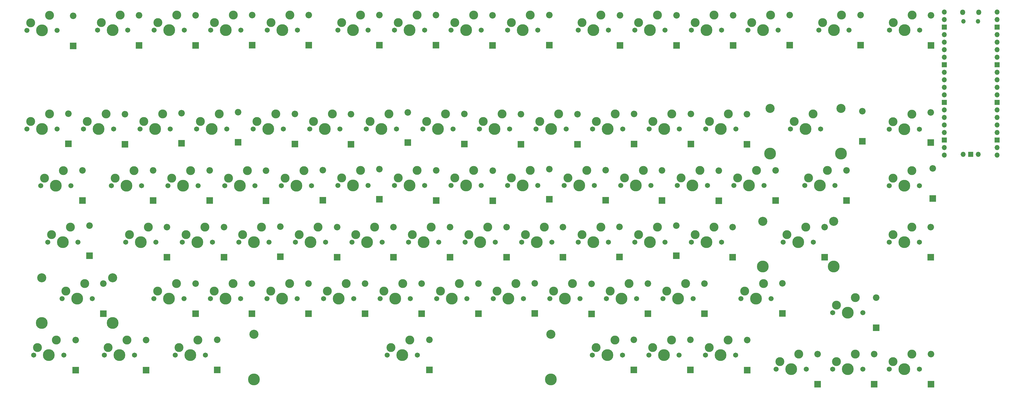
<source format=gbr>
%TF.GenerationSoftware,KiCad,Pcbnew,8.0.7*%
%TF.CreationDate,2025-07-05T17:28:38-07:00*%
%TF.ProjectId,hackpad_v2,6861636b-7061-4645-9f76-322e6b696361,rev?*%
%TF.SameCoordinates,Original*%
%TF.FileFunction,Soldermask,Top*%
%TF.FilePolarity,Negative*%
%FSLAX46Y46*%
G04 Gerber Fmt 4.6, Leading zero omitted, Abs format (unit mm)*
G04 Created by KiCad (PCBNEW 8.0.7) date 2025-07-05 17:28:38*
%MOMM*%
%LPD*%
G01*
G04 APERTURE LIST*
%ADD10R,2.200000X2.200000*%
%ADD11O,2.200000X2.200000*%
%ADD12C,1.701800*%
%ADD13C,3.000000*%
%ADD14C,3.987800*%
%ADD15C,3.048000*%
%ADD16O,1.800000X1.800000*%
%ADD17O,1.500000X1.500000*%
%ADD18O,1.700000X1.700000*%
%ADD19R,1.700000X1.700000*%
G04 APERTURE END LIST*
D10*
%TO.C,D45*%
X309340000Y-68700000D03*
D11*
X309340000Y-58540000D03*
%TD*%
D10*
%TO.C,D30*%
X308650000Y-49810000D03*
D11*
X308650000Y-39650000D03*
%TD*%
D10*
%TO.C,D21*%
X113430000Y-50420000D03*
D11*
X113430000Y-40260000D03*
%TD*%
D12*
%TO.C,SW47*%
X47663690Y-83430000D03*
D13*
X45123690Y-78350000D03*
D14*
X42583690Y-83430000D03*
D13*
X38773690Y-80890000D03*
D12*
X37503690Y-83430000D03*
%TD*%
%TO.C,SW36*%
X119161190Y-64350000D03*
D13*
X116621190Y-59270000D03*
D14*
X114081190Y-64350000D03*
D13*
X110271190Y-61810000D03*
D12*
X109001190Y-64350000D03*
%TD*%
%TO.C,SW24*%
X166796190Y-45300000D03*
D13*
X164256190Y-40220000D03*
D14*
X161716190Y-45300000D03*
D13*
X157906190Y-42760000D03*
D12*
X156636190Y-45300000D03*
%TD*%
D10*
%TO.C,D20*%
X94480000Y-50340000D03*
D11*
X94480000Y-40180000D03*
%TD*%
D10*
%TO.C,D37*%
X142060000Y-69420000D03*
D11*
X142060000Y-59260000D03*
%TD*%
D10*
%TO.C,D8*%
X161030000Y-17040000D03*
D11*
X161030000Y-6880000D03*
%TD*%
D12*
%TO.C,SW71*%
X254829940Y-102480000D03*
D13*
X252289940Y-97400000D03*
D14*
X249749940Y-102480000D03*
D13*
X245939940Y-99940000D03*
D12*
X244669940Y-102480000D03*
%TD*%
%TO.C,SW8*%
X157246190Y-11940000D03*
D13*
X154706190Y-6860000D03*
D14*
X152166190Y-11940000D03*
D13*
X148356190Y-9400000D03*
D12*
X147086190Y-11940000D03*
%TD*%
D10*
%TO.C,D12*%
X242100000Y-17040000D03*
D11*
X242100000Y-6880000D03*
%TD*%
D12*
%TO.C,SW15*%
X304891190Y-11935000D03*
D13*
X302351190Y-6855000D03*
D14*
X299811190Y-11935000D03*
D13*
X296001190Y-9395000D03*
D12*
X294731190Y-11935000D03*
%TD*%
%TO.C,SW56*%
X219113690Y-83430000D03*
D13*
X216573690Y-78350000D03*
D14*
X214033690Y-83430000D03*
D13*
X210223690Y-80890000D03*
D12*
X208953690Y-83430000D03*
%TD*%
%TO.C,SW4*%
X76281190Y-11945000D03*
D13*
X73741190Y-6865000D03*
D14*
X71201190Y-11945000D03*
D13*
X67391190Y-9405000D03*
D12*
X66121190Y-11945000D03*
%TD*%
D10*
%TO.C,D18*%
X56351190Y-50120000D03*
D11*
X56351190Y-39960000D03*
%TD*%
D12*
%TO.C,SW27*%
X223946190Y-45300000D03*
D13*
X221406190Y-40220000D03*
D14*
X218866190Y-45300000D03*
D13*
X215056190Y-42760000D03*
D12*
X213786190Y-45300000D03*
%TD*%
D10*
%TO.C,D80*%
X270530000Y-131380000D03*
D11*
X270530000Y-121220000D03*
%TD*%
D10*
%TO.C,D72*%
X290233690Y-112320000D03*
D11*
X290233690Y-102160000D03*
%TD*%
D10*
%TO.C,D5*%
X99190000Y-17000000D03*
D11*
X99190000Y-6840000D03*
%TD*%
D10*
%TO.C,D40*%
X199141190Y-69340000D03*
D11*
X199141190Y-59180000D03*
%TD*%
D10*
%TO.C,D75*%
X68310000Y-126580000D03*
D11*
X68310000Y-116420000D03*
%TD*%
D10*
%TO.C,D47*%
X51440000Y-88530000D03*
D11*
X51440000Y-78370000D03*
%TD*%
D10*
%TO.C,D55*%
X203830000Y-88480000D03*
D11*
X203830000Y-78320000D03*
%TD*%
D12*
%TO.C,SW31*%
X19088690Y-64380000D03*
D13*
X16548690Y-59300000D03*
D14*
X14008690Y-64380000D03*
D13*
X10198690Y-61840000D03*
D12*
X8928690Y-64380000D03*
%TD*%
%TO.C,SW62*%
X76236190Y-102480000D03*
D13*
X73696190Y-97400000D03*
D14*
X71156190Y-102480000D03*
D13*
X67346190Y-99940000D03*
D12*
X66076190Y-102480000D03*
%TD*%
D10*
%TO.C,D35*%
X103881190Y-69300000D03*
D11*
X103881190Y-59140000D03*
%TD*%
D12*
%TO.C,SW77*%
X204823690Y-121530000D03*
D13*
X202283690Y-116450000D03*
D14*
X199743690Y-121530000D03*
D13*
X195933690Y-118990000D03*
D12*
X194663690Y-121530000D03*
%TD*%
D10*
%TO.C,D52*%
X146780000Y-88560000D03*
D11*
X146780000Y-78400000D03*
%TD*%
D12*
%TO.C,SW7*%
X138196190Y-11940000D03*
D13*
X135656190Y-6860000D03*
D14*
X133116190Y-11940000D03*
D13*
X129306190Y-9400000D03*
D12*
X128036190Y-11940000D03*
%TD*%
D10*
%TO.C,D2*%
X41980000Y-17070000D03*
D11*
X41980000Y-6910000D03*
%TD*%
D12*
%TO.C,SW51*%
X123863690Y-83430000D03*
D13*
X121323690Y-78350000D03*
D14*
X118783690Y-83430000D03*
D13*
X114973690Y-80890000D03*
D12*
X113703690Y-83430000D03*
%TD*%
%TO.C,SW73*%
X16707440Y-121530000D03*
D13*
X14167440Y-116450000D03*
D14*
X11627440Y-121530000D03*
D13*
X7817440Y-118990000D03*
D12*
X6547440Y-121530000D03*
%TD*%
%TO.C,SW2*%
X38181190Y-11945000D03*
D13*
X35641190Y-6865000D03*
D14*
X33101190Y-11945000D03*
D13*
X29291190Y-9405000D03*
D12*
X28021190Y-11945000D03*
%TD*%
%TO.C,SW9*%
X176296190Y-11940000D03*
D13*
X173756190Y-6860000D03*
D14*
X171216190Y-11940000D03*
D13*
X167406190Y-9400000D03*
D12*
X166136190Y-11940000D03*
%TD*%
%TO.C,SW40*%
X195371190Y-64350000D03*
D13*
X192831190Y-59270000D03*
D14*
X190291190Y-64350000D03*
D13*
X186481190Y-61810000D03*
D12*
X185211190Y-64350000D03*
%TD*%
D10*
%TO.C,D28*%
X246731190Y-50420000D03*
D11*
X246731190Y-40260000D03*
%TD*%
D12*
%TO.C,SW20*%
X90616190Y-45290000D03*
D13*
X88076190Y-40210000D03*
D14*
X85536190Y-45290000D03*
D13*
X81726190Y-42750000D03*
D12*
X80456190Y-45290000D03*
%TD*%
%TO.C,SW81*%
X285788690Y-126290000D03*
D13*
X283248690Y-121210000D03*
D14*
X280708690Y-126290000D03*
D13*
X276898690Y-123750000D03*
D12*
X275628690Y-126290000D03*
%TD*%
%TO.C,SW41*%
X214421190Y-64350000D03*
D13*
X211881190Y-59270000D03*
D14*
X209341190Y-64350000D03*
D13*
X205531190Y-61810000D03*
D12*
X204261190Y-64350000D03*
%TD*%
%TO.C,SW16*%
X14416190Y-45290000D03*
D13*
X11876190Y-40210000D03*
D14*
X9336190Y-45290000D03*
D13*
X5526190Y-42750000D03*
D12*
X4256190Y-45290000D03*
%TD*%
D10*
%TO.C,D77*%
X208670000Y-126580000D03*
D11*
X208670000Y-116420000D03*
%TD*%
D12*
%TO.C,SW70*%
X228636190Y-102480000D03*
D13*
X226096190Y-97400000D03*
D14*
X223556190Y-102480000D03*
D13*
X219746190Y-99940000D03*
D12*
X218476190Y-102480000D03*
%TD*%
%TO.C,SW25*%
X185846190Y-45300000D03*
D13*
X183306190Y-40220000D03*
D14*
X180766190Y-45300000D03*
D13*
X176956190Y-42760000D03*
D12*
X175686190Y-45300000D03*
%TD*%
%TO.C,SW80*%
X266738690Y-126290000D03*
D13*
X264198690Y-121210000D03*
D14*
X261658690Y-126290000D03*
D13*
X257848690Y-123750000D03*
D12*
X256578690Y-126290000D03*
%TD*%
%TO.C,SW30*%
X304843690Y-45325000D03*
D13*
X302303690Y-40245000D03*
D14*
X299763690Y-45325000D03*
D13*
X295953690Y-42785000D03*
D12*
X294683690Y-45325000D03*
%TD*%
D10*
%TO.C,D29*%
X285560000Y-49380000D03*
D11*
X285560000Y-39220000D03*
%TD*%
D14*
%TO.C,SW29*%
X278429190Y-53555000D03*
D15*
X278429190Y-38315000D03*
D12*
X271571190Y-45300000D03*
D13*
X269031190Y-40220000D03*
D14*
X266491190Y-45300000D03*
D13*
X262681190Y-42760000D03*
D12*
X261411190Y-45300000D03*
D14*
X254553190Y-53555000D03*
D15*
X254553190Y-38315000D03*
%TD*%
D10*
%TO.C,D54*%
X184770000Y-88540000D03*
D11*
X184770000Y-78380000D03*
%TD*%
D12*
%TO.C,SW12*%
X238211190Y-11935000D03*
D13*
X235671190Y-6855000D03*
D14*
X233131190Y-11935000D03*
D13*
X229321190Y-9395000D03*
D12*
X228051190Y-11935000D03*
%TD*%
%TO.C,SW50*%
X104813690Y-83430000D03*
D13*
X102273690Y-78350000D03*
D14*
X99733690Y-83430000D03*
D13*
X95923690Y-80890000D03*
D12*
X94653690Y-83430000D03*
%TD*%
D10*
%TO.C,D65*%
X137210000Y-107590000D03*
D11*
X137210000Y-97430000D03*
%TD*%
D10*
%TO.C,D46*%
X25301190Y-88030000D03*
D11*
X25301190Y-77870000D03*
%TD*%
D12*
%TO.C,SW82*%
X304838690Y-126290000D03*
D13*
X302298690Y-121210000D03*
D14*
X299758690Y-126290000D03*
D13*
X295948690Y-123750000D03*
D12*
X294678690Y-126290000D03*
%TD*%
D10*
%TO.C,D78*%
X227680000Y-126550000D03*
D11*
X227680000Y-116390000D03*
%TD*%
D10*
%TO.C,D71*%
X258670000Y-107530000D03*
D11*
X258670000Y-97370000D03*
%TD*%
D12*
%TO.C,SW38*%
X157271190Y-64350000D03*
D13*
X154731190Y-59270000D03*
D14*
X152191190Y-64350000D03*
D13*
X148381190Y-61810000D03*
D12*
X147111190Y-64350000D03*
%TD*%
D10*
%TO.C,D36*%
X122920000Y-68960000D03*
D11*
X122920000Y-58800000D03*
%TD*%
D10*
%TO.C,D22*%
X132531190Y-49840000D03*
D11*
X132531190Y-39680000D03*
%TD*%
D12*
%TO.C,SW42*%
X233471190Y-64350000D03*
D13*
X230931190Y-59270000D03*
D14*
X228391190Y-64350000D03*
D13*
X224581190Y-61810000D03*
D12*
X223311190Y-64350000D03*
%TD*%
D10*
%TO.C,D15*%
X308740000Y-17030000D03*
D11*
X308740000Y-6870000D03*
%TD*%
D12*
%TO.C,SW78*%
X223873690Y-121530000D03*
D13*
X221333690Y-116450000D03*
D14*
X218793690Y-121530000D03*
D13*
X214983690Y-118990000D03*
D12*
X213713690Y-121530000D03*
%TD*%
D10*
%TO.C,D11*%
X222990000Y-17030000D03*
D11*
X222990000Y-6870000D03*
%TD*%
D12*
%TO.C,SW32*%
X42901190Y-64380000D03*
D13*
X40361190Y-59300000D03*
D14*
X37821190Y-64380000D03*
D13*
X34011190Y-61840000D03*
D12*
X32741190Y-64380000D03*
%TD*%
%TO.C,SW44*%
X276333690Y-64350000D03*
D13*
X273793690Y-59270000D03*
D14*
X271253690Y-64350000D03*
D13*
X267443690Y-61810000D03*
D12*
X266173690Y-64350000D03*
%TD*%
%TO.C,SW18*%
X52506190Y-45290000D03*
D13*
X49966190Y-40210000D03*
D14*
X47426190Y-45290000D03*
D13*
X43616190Y-42750000D03*
D12*
X42346190Y-45290000D03*
%TD*%
D10*
%TO.C,D41*%
X218161190Y-69430000D03*
D11*
X218161190Y-59270000D03*
%TD*%
D10*
%TO.C,D38*%
X161110000Y-69440000D03*
D11*
X161110000Y-59280000D03*
%TD*%
D12*
%TO.C,SW43*%
X252521190Y-64350000D03*
D13*
X249981190Y-59270000D03*
D14*
X247441190Y-64350000D03*
D13*
X243631190Y-61810000D03*
D12*
X242361190Y-64350000D03*
%TD*%
%TO.C,SW54*%
X181013690Y-83430000D03*
D13*
X178473690Y-78350000D03*
D14*
X175933690Y-83430000D03*
D13*
X172123690Y-80890000D03*
D12*
X170853690Y-83430000D03*
%TD*%
%TO.C,SW64*%
X114336190Y-102480000D03*
D13*
X111796190Y-97400000D03*
D14*
X109256190Y-102480000D03*
D13*
X105446190Y-99940000D03*
D12*
X104176190Y-102480000D03*
%TD*%
D10*
%TO.C,D19*%
X75381190Y-49770000D03*
D11*
X75381190Y-39610000D03*
%TD*%
D12*
%TO.C,SW49*%
X85763690Y-83430000D03*
D13*
X83223690Y-78350000D03*
D14*
X80683690Y-83430000D03*
D13*
X76873690Y-80890000D03*
D12*
X75603690Y-83430000D03*
%TD*%
D10*
%TO.C,D69*%
X213360000Y-107570000D03*
D11*
X213360000Y-97410000D03*
%TD*%
D12*
%TO.C,SW79*%
X242923690Y-121530000D03*
D13*
X240383690Y-116450000D03*
D14*
X237843690Y-121530000D03*
D13*
X234033690Y-118990000D03*
D12*
X232763690Y-121530000D03*
%TD*%
%TO.C,SW37*%
X138221190Y-64350000D03*
D13*
X135681190Y-59270000D03*
D14*
X133141190Y-64350000D03*
D13*
X129331190Y-61810000D03*
D12*
X128061190Y-64350000D03*
%TD*%
%TO.C,SW63*%
X95286190Y-102480000D03*
D13*
X92746190Y-97400000D03*
D14*
X90206190Y-102480000D03*
D13*
X86396190Y-99940000D03*
D12*
X85126190Y-102480000D03*
%TD*%
D10*
%TO.C,D6*%
X122980000Y-16990000D03*
D11*
X122980000Y-6830000D03*
%TD*%
D10*
%TO.C,D63*%
X99110000Y-107540000D03*
D11*
X99110000Y-97380000D03*
%TD*%
D10*
%TO.C,D73*%
X20670000Y-126640000D03*
D11*
X20670000Y-116480000D03*
%TD*%
D10*
%TO.C,D76*%
X139830000Y-126580000D03*
D11*
X139830000Y-116420000D03*
%TD*%
D12*
%TO.C,SW6*%
X119146190Y-11940000D03*
D13*
X116606190Y-6860000D03*
D14*
X114066190Y-11940000D03*
D13*
X110256190Y-9400000D03*
D12*
X108986190Y-11940000D03*
%TD*%
D10*
%TO.C,D17*%
X37290000Y-50450000D03*
D11*
X37290000Y-40290000D03*
%TD*%
D12*
%TO.C,SW34*%
X81021190Y-64370000D03*
D13*
X78481190Y-59290000D03*
D14*
X75941190Y-64370000D03*
D13*
X72131190Y-61830000D03*
D12*
X70861190Y-64370000D03*
%TD*%
D10*
%TO.C,D79*%
X246830000Y-126620000D03*
D11*
X246830000Y-116460000D03*
%TD*%
D10*
%TO.C,D10*%
X203970000Y-17030000D03*
D11*
X203970000Y-6870000D03*
%TD*%
D10*
%TO.C,D32*%
X46760000Y-69400000D03*
D11*
X46760000Y-59240000D03*
%TD*%
D12*
%TO.C,SW57*%
X238163690Y-83430000D03*
D13*
X235623690Y-78350000D03*
D14*
X233083690Y-83430000D03*
D13*
X229273690Y-80890000D03*
D12*
X228003690Y-83430000D03*
%TD*%
D10*
%TO.C,D16*%
X18250000Y-50300000D03*
D11*
X18250000Y-40140000D03*
%TD*%
D12*
%TO.C,SW75*%
X64332440Y-121530000D03*
D13*
X61792440Y-116450000D03*
D14*
X59252440Y-121530000D03*
D13*
X55442440Y-118990000D03*
D12*
X54172440Y-121530000D03*
%TD*%
D10*
%TO.C,D24*%
X170640000Y-50390000D03*
D11*
X170640000Y-40230000D03*
%TD*%
D12*
%TO.C,SW26*%
X204896190Y-45300000D03*
D13*
X202356190Y-40220000D03*
D14*
X199816190Y-45300000D03*
D13*
X196006190Y-42760000D03*
D12*
X194736190Y-45300000D03*
%TD*%
D10*
%TO.C,D48*%
X70600000Y-88500000D03*
D11*
X70600000Y-78340000D03*
%TD*%
D12*
%TO.C,SW19*%
X71566190Y-45290000D03*
D13*
X69026190Y-40210000D03*
D14*
X66486190Y-45290000D03*
D13*
X62676190Y-42750000D03*
D12*
X61406190Y-45290000D03*
%TD*%
%TO.C,SW11*%
X219161190Y-11935000D03*
D13*
X216621190Y-6855000D03*
D14*
X214081190Y-11935000D03*
D13*
X210271190Y-9395000D03*
D12*
X209001190Y-11935000D03*
%TD*%
%TO.C,SW45*%
X304843690Y-64375000D03*
D13*
X302303690Y-59295000D03*
D14*
X299763690Y-64375000D03*
D13*
X295953690Y-61835000D03*
D12*
X294683690Y-64375000D03*
%TD*%
%TO.C,SW28*%
X242996190Y-45300000D03*
D13*
X240456190Y-40220000D03*
D14*
X237916190Y-45300000D03*
D13*
X234106190Y-42760000D03*
D12*
X232836190Y-45300000D03*
%TD*%
D10*
%TO.C,D26*%
X208750000Y-50360000D03*
D11*
X208750000Y-40200000D03*
%TD*%
D14*
%TO.C,SW60*%
X33090440Y-110735000D03*
D15*
X33090440Y-95495000D03*
D12*
X26232440Y-102480000D03*
D13*
X23692440Y-97400000D03*
D14*
X21152440Y-102480000D03*
D13*
X17342440Y-99940000D03*
D12*
X16072440Y-102480000D03*
D14*
X9214440Y-110735000D03*
D15*
X9214440Y-95495000D03*
%TD*%
D10*
%TO.C,D59*%
X308640000Y-88490000D03*
D11*
X308640000Y-78330000D03*
%TD*%
D12*
%TO.C,SW21*%
X109666190Y-45290000D03*
D13*
X107126190Y-40210000D03*
D14*
X104586190Y-45290000D03*
D13*
X100776190Y-42750000D03*
D12*
X99506190Y-45290000D03*
%TD*%
%TO.C,SW35*%
X100091190Y-64360000D03*
D13*
X97551190Y-59280000D03*
D14*
X95011190Y-64360000D03*
D13*
X91201190Y-61820000D03*
D12*
X89931190Y-64360000D03*
%TD*%
D10*
%TO.C,D9*%
X180200000Y-17000000D03*
D11*
X180200000Y-6840000D03*
%TD*%
D12*
%TO.C,SW66*%
X152436190Y-102480000D03*
D13*
X149896190Y-97400000D03*
D14*
X147356190Y-102480000D03*
D13*
X143546190Y-99940000D03*
D12*
X142276190Y-102480000D03*
%TD*%
D10*
%TO.C,D81*%
X289620000Y-131340000D03*
D11*
X289620000Y-121180000D03*
%TD*%
D10*
%TO.C,D7*%
X142040000Y-16950000D03*
D11*
X142040000Y-6790000D03*
%TD*%
D10*
%TO.C,D33*%
X65820000Y-69430000D03*
D11*
X65820000Y-59270000D03*
%TD*%
D10*
%TO.C,D43*%
X256360000Y-69390000D03*
D11*
X256360000Y-59230000D03*
%TD*%
D12*
%TO.C,SW33*%
X61951190Y-64380000D03*
D13*
X59411190Y-59300000D03*
D14*
X56871190Y-64380000D03*
D13*
X53061190Y-61840000D03*
D12*
X51791190Y-64380000D03*
%TD*%
D10*
%TO.C,D3*%
X61050000Y-17070000D03*
D11*
X61050000Y-6910000D03*
%TD*%
D12*
%TO.C,SW67*%
X171486190Y-102480000D03*
D13*
X168946190Y-97400000D03*
D14*
X166406190Y-102480000D03*
D13*
X162596190Y-99940000D03*
D12*
X161326190Y-102480000D03*
%TD*%
%TO.C,SW55*%
X200063690Y-83430000D03*
D13*
X197523690Y-78350000D03*
D14*
X194983690Y-83430000D03*
D13*
X191173690Y-80890000D03*
D12*
X189903690Y-83430000D03*
%TD*%
D10*
%TO.C,D57*%
X241911190Y-88520000D03*
D11*
X241911190Y-78360000D03*
%TD*%
D10*
%TO.C,D67*%
X175260000Y-107510000D03*
D11*
X175260000Y-97350000D03*
%TD*%
D14*
%TO.C,SW58*%
X275977940Y-91685000D03*
D15*
X275977940Y-76445000D03*
D12*
X269119940Y-83430000D03*
D13*
X266579940Y-78350000D03*
D14*
X264039940Y-83430000D03*
D13*
X260229940Y-80890000D03*
D12*
X258959940Y-83430000D03*
D14*
X252101940Y-91685000D03*
D15*
X252101940Y-76445000D03*
%TD*%
D10*
%TO.C,D27*%
X227820000Y-50360000D03*
D11*
X227820000Y-40200000D03*
%TD*%
D10*
%TO.C,D82*%
X308720000Y-131400000D03*
D11*
X308720000Y-121240000D03*
%TD*%
D10*
%TO.C,D50*%
X108700000Y-88500000D03*
D11*
X108700000Y-78340000D03*
%TD*%
D12*
%TO.C,SW10*%
X200111190Y-11935000D03*
D13*
X197571190Y-6855000D03*
D14*
X195031190Y-11935000D03*
D13*
X191221190Y-9395000D03*
D12*
X189951190Y-11935000D03*
%TD*%
D10*
%TO.C,D74*%
X44380000Y-126620000D03*
D11*
X44380000Y-116460000D03*
%TD*%
D10*
%TO.C,D70*%
X232470000Y-107540000D03*
D11*
X232470000Y-97380000D03*
%TD*%
D12*
%TO.C,SW22*%
X128706190Y-45300000D03*
D13*
X126166190Y-40220000D03*
D14*
X123626190Y-45300000D03*
D13*
X119816190Y-42760000D03*
D12*
X118546190Y-45300000D03*
%TD*%
%TO.C,SW13*%
X257261190Y-11935000D03*
D13*
X254721190Y-6855000D03*
D14*
X252181190Y-11935000D03*
D13*
X248371190Y-9395000D03*
D12*
X247101190Y-11935000D03*
%TD*%
D14*
%TO.C,SW76*%
X180687440Y-129785000D03*
D15*
X180687440Y-114545000D03*
D12*
X135767440Y-121530000D03*
D13*
X133227440Y-116450000D03*
D14*
X130687440Y-121530000D03*
D13*
X126877440Y-118990000D03*
D12*
X125607440Y-121530000D03*
D14*
X80687440Y-129785000D03*
D15*
X80687440Y-114545000D03*
%TD*%
D10*
%TO.C,D61*%
X61050000Y-107570000D03*
D11*
X61050000Y-97410000D03*
%TD*%
D12*
%TO.C,SW53*%
X161963690Y-83430000D03*
D13*
X159423690Y-78350000D03*
D14*
X156883690Y-83430000D03*
D13*
X153073690Y-80890000D03*
D12*
X151803690Y-83430000D03*
%TD*%
%TO.C,SW3*%
X57231190Y-11945000D03*
D13*
X54691190Y-6865000D03*
D14*
X52151190Y-11945000D03*
D13*
X48341190Y-9405000D03*
D12*
X47071190Y-11945000D03*
%TD*%
D10*
%TO.C,D13*%
X261160000Y-17020000D03*
D11*
X261160000Y-6860000D03*
%TD*%
D10*
%TO.C,D42*%
X237280000Y-69450000D03*
D11*
X237280000Y-59290000D03*
%TD*%
D10*
%TO.C,D31*%
X22940000Y-69420000D03*
D11*
X22940000Y-59260000D03*
%TD*%
D12*
%TO.C,SW59*%
X304843690Y-83425000D03*
D13*
X302303690Y-78345000D03*
D14*
X299763690Y-83425000D03*
D13*
X295953690Y-80885000D03*
D12*
X294683690Y-83425000D03*
%TD*%
D10*
%TO.C,D62*%
X80050000Y-107570000D03*
D11*
X80050000Y-97410000D03*
%TD*%
D10*
%TO.C,D66*%
X156280000Y-107570000D03*
D11*
X156280000Y-97410000D03*
%TD*%
D12*
%TO.C,SW74*%
X40519940Y-121530000D03*
D13*
X37979940Y-116450000D03*
D14*
X35439940Y-121530000D03*
D13*
X31629940Y-118990000D03*
D12*
X30359940Y-121530000D03*
%TD*%
%TO.C,SW14*%
X281076190Y-11940000D03*
D13*
X278536190Y-6860000D03*
D14*
X275996190Y-11940000D03*
D13*
X272186190Y-9400000D03*
D12*
X270916190Y-11940000D03*
%TD*%
D10*
%TO.C,D56*%
X222971190Y-88060000D03*
D11*
X222971190Y-77900000D03*
%TD*%
D10*
%TO.C,D58*%
X272920000Y-88520000D03*
D11*
X272920000Y-78360000D03*
%TD*%
D10*
%TO.C,D44*%
X280230000Y-69370000D03*
D11*
X280230000Y-59210000D03*
%TD*%
D10*
%TO.C,D25*%
X189710000Y-50430000D03*
D11*
X189710000Y-40270000D03*
%TD*%
D12*
%TO.C,SW46*%
X21469940Y-83430000D03*
D13*
X18929940Y-78350000D03*
D14*
X16389940Y-83430000D03*
D13*
X12579940Y-80890000D03*
D12*
X11309940Y-83430000D03*
%TD*%
D10*
%TO.C,D14*%
X284970000Y-17000000D03*
D11*
X284970000Y-6840000D03*
%TD*%
D12*
%TO.C,SW5*%
X95331190Y-11945000D03*
D13*
X92791190Y-6865000D03*
D14*
X90251190Y-11945000D03*
D13*
X86441190Y-9405000D03*
D12*
X85171190Y-11945000D03*
%TD*%
%TO.C,SW23*%
X147746190Y-45300000D03*
D13*
X145206190Y-40220000D03*
D14*
X142666190Y-45300000D03*
D13*
X138856190Y-42760000D03*
D12*
X137586190Y-45300000D03*
%TD*%
%TO.C,SW65*%
X133386190Y-102480000D03*
D13*
X130846190Y-97400000D03*
D14*
X128306190Y-102480000D03*
D13*
X124496190Y-99940000D03*
D12*
X123226190Y-102480000D03*
%TD*%
%TO.C,SW69*%
X209586190Y-102480000D03*
D13*
X207046190Y-97400000D03*
D14*
X204506190Y-102480000D03*
D13*
X200696190Y-99940000D03*
D12*
X199426190Y-102480000D03*
%TD*%
D10*
%TO.C,D34*%
X84790000Y-69440000D03*
D11*
X84790000Y-59280000D03*
%TD*%
D12*
%TO.C,SW72*%
X285788690Y-107240000D03*
D13*
X283248690Y-102160000D03*
D14*
X280708690Y-107240000D03*
D13*
X276898690Y-104700000D03*
D12*
X275628690Y-107240000D03*
%TD*%
D10*
%TO.C,D49*%
X89580000Y-88350000D03*
D11*
X89580000Y-78190000D03*
%TD*%
D10*
%TO.C,D1*%
X19806190Y-17200000D03*
D11*
X19806190Y-7040000D03*
%TD*%
D10*
%TO.C,D64*%
X118130000Y-107550000D03*
D11*
X118130000Y-97390000D03*
%TD*%
D12*
%TO.C,SW68*%
X190536190Y-102480000D03*
D13*
X187996190Y-97400000D03*
D14*
X185456190Y-102480000D03*
D13*
X181646190Y-99940000D03*
D12*
X180376190Y-102480000D03*
%TD*%
%TO.C,SW52*%
X142913690Y-83430000D03*
D13*
X140373690Y-78350000D03*
D14*
X137833690Y-83430000D03*
D13*
X134023690Y-80890000D03*
D12*
X132753690Y-83430000D03*
%TD*%
%TO.C,SW1*%
X14421190Y-11955000D03*
D13*
X11881190Y-6875000D03*
D14*
X9341190Y-11955000D03*
D13*
X5531190Y-9415000D03*
D12*
X4261190Y-11955000D03*
%TD*%
D10*
%TO.C,D68*%
X194400000Y-107650000D03*
D11*
X194400000Y-97490000D03*
%TD*%
D12*
%TO.C,SW48*%
X66713690Y-83430000D03*
D13*
X64173690Y-78350000D03*
D14*
X61633690Y-83430000D03*
D13*
X57823690Y-80890000D03*
D12*
X56553690Y-83430000D03*
%TD*%
%TO.C,SW39*%
X176321190Y-64350000D03*
D13*
X173781190Y-59270000D03*
D14*
X171241190Y-64350000D03*
D13*
X167431190Y-61810000D03*
D12*
X166161190Y-64350000D03*
%TD*%
%TO.C,SW17*%
X33456190Y-45290000D03*
D13*
X30916190Y-40210000D03*
D14*
X28376190Y-45290000D03*
D13*
X24566190Y-42750000D03*
D12*
X23296190Y-45290000D03*
%TD*%
D16*
%TO.C,U1*%
X324826190Y-5930000D03*
D17*
X324526190Y-8960000D03*
X319676190Y-8960000D03*
D16*
X319376190Y-5930000D03*
D18*
X330991190Y-5800000D03*
X330991190Y-8340000D03*
D19*
X330991190Y-10880000D03*
D18*
X330991190Y-13420000D03*
X330991190Y-15960000D03*
X330991190Y-18500000D03*
X330991190Y-21040000D03*
D19*
X330991190Y-23580000D03*
D18*
X330991190Y-26120000D03*
X330991190Y-28660000D03*
X330991190Y-31200000D03*
X330991190Y-33740000D03*
D19*
X330991190Y-36280000D03*
D18*
X330991190Y-38820000D03*
X330991190Y-41360000D03*
X330991190Y-43900000D03*
X330991190Y-46440000D03*
D19*
X330991190Y-48980000D03*
D18*
X330991190Y-51520000D03*
X330991190Y-54060000D03*
X313211190Y-54060000D03*
X313211190Y-51520000D03*
D19*
X313211190Y-48980000D03*
D18*
X313211190Y-46440000D03*
X313211190Y-43900000D03*
X313211190Y-41360000D03*
X313211190Y-38820000D03*
D19*
X313211190Y-36280000D03*
D18*
X313211190Y-33740000D03*
X313211190Y-31200000D03*
X313211190Y-28660000D03*
X313211190Y-26120000D03*
D19*
X313211190Y-23580000D03*
D18*
X313211190Y-21040000D03*
X313211190Y-18500000D03*
X313211190Y-15960000D03*
X313211190Y-13420000D03*
D19*
X313211190Y-10880000D03*
D18*
X313211190Y-8340000D03*
X313211190Y-5800000D03*
X324641190Y-53830000D03*
D19*
X322101190Y-53830000D03*
D18*
X319561190Y-53830000D03*
%TD*%
D10*
%TO.C,D4*%
X80130000Y-17000000D03*
D11*
X80130000Y-6840000D03*
%TD*%
D10*
%TO.C,D53*%
X165790000Y-88540000D03*
D11*
X165790000Y-78380000D03*
%TD*%
D10*
%TO.C,D23*%
X151580000Y-50380000D03*
D11*
X151580000Y-40220000D03*
%TD*%
D10*
%TO.C,D51*%
X127690000Y-88550000D03*
D11*
X127690000Y-78390000D03*
%TD*%
D10*
%TO.C,D39*%
X180190000Y-68960000D03*
D11*
X180190000Y-58800000D03*
%TD*%
D12*
%TO.C,SW61*%
X57206190Y-102460000D03*
D13*
X54666190Y-97380000D03*
D14*
X52126190Y-102460000D03*
D13*
X48316190Y-99920000D03*
D12*
X47046190Y-102460000D03*
%TD*%
D10*
%TO.C,D60*%
X30020000Y-107560000D03*
D11*
X30020000Y-97400000D03*
%TD*%
M02*

</source>
